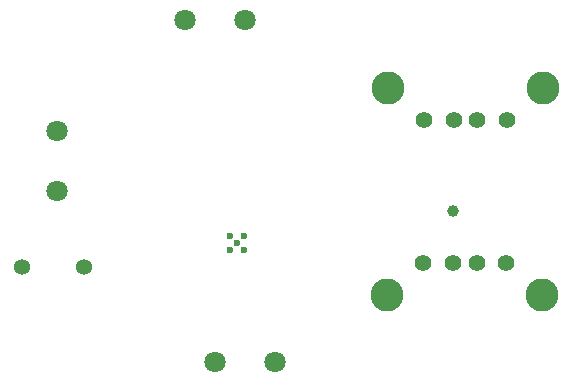
<source format=gbs>
G04 #@! TF.GenerationSoftware,KiCad,Pcbnew,8.0.8*
G04 #@! TF.CreationDate,2025-03-28T23:27:32-07:00*
G04 #@! TF.ProjectId,RCA Radio Telescope,52434120-5261-4646-996f-2054656c6573,2.0*
G04 #@! TF.SameCoordinates,Original*
G04 #@! TF.FileFunction,Soldermask,Bot*
G04 #@! TF.FilePolarity,Negative*
%FSLAX46Y46*%
G04 Gerber Fmt 4.6, Leading zero omitted, Abs format (unit mm)*
G04 Created by KiCad (PCBNEW 8.0.8) date 2025-03-28 23:27:32*
%MOMM*%
%LPD*%
G01*
G04 APERTURE LIST*
%ADD10C,0.600000*%
%ADD11C,1.422400*%
%ADD12C,2.800000*%
%ADD13C,1.360000*%
%ADD14C,1.803400*%
%ADD15C,1.000000*%
G04 APERTURE END LIST*
D10*
X34799999Y-38350000D03*
X35389998Y-38939998D03*
X35389998Y-37760001D03*
X34210001Y-37760001D03*
X34210001Y-38939998D03*
D11*
X57657501Y-27949400D03*
X55157501Y-27949400D03*
X53157500Y-27949400D03*
D12*
X60727500Y-25239400D03*
D11*
X50657500Y-27949400D03*
D12*
X47587501Y-25239400D03*
D13*
X16575000Y-40415000D03*
X21825000Y-40415000D03*
D14*
X19525000Y-34006600D03*
X19525000Y-28926600D03*
X38006600Y-48475001D03*
X32926600Y-48475001D03*
D11*
X50592500Y-40050600D03*
X53092500Y-40050600D03*
X55092501Y-40050600D03*
D12*
X47522501Y-42760600D03*
D11*
X57592501Y-40050600D03*
D12*
X60662500Y-42760600D03*
D14*
X35506600Y-19475001D03*
X30426600Y-19475001D03*
D15*
X53100000Y-35700000D03*
M02*

</source>
